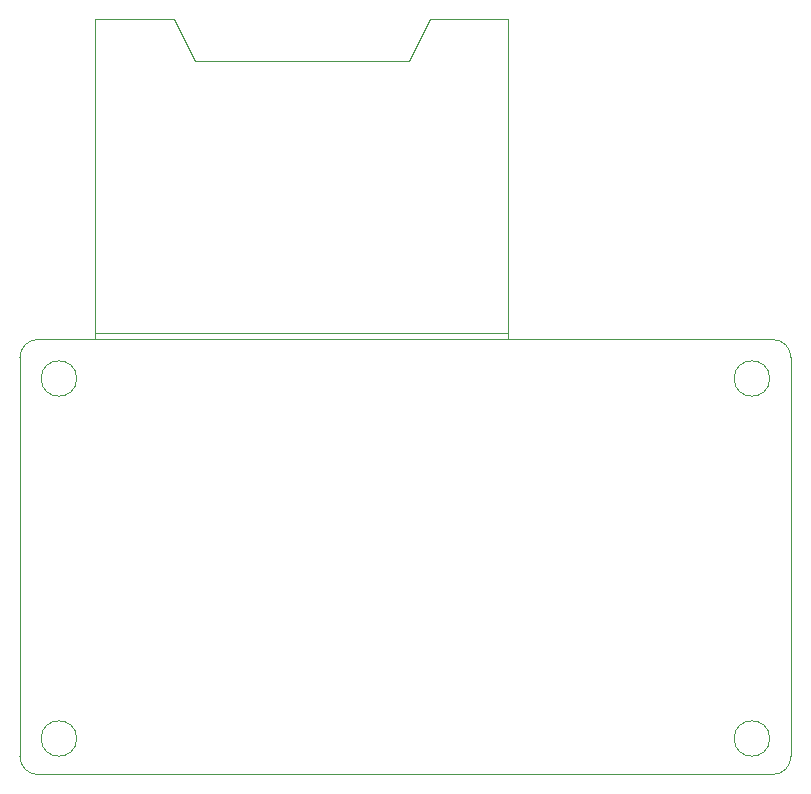
<source format=gbr>
%TF.GenerationSoftware,KiCad,Pcbnew,(5.1.9)-1*%
%TF.CreationDate,2021-03-19T20:46:12+01:00*%
%TF.ProjectId,Panel,50616e65-6c2e-46b6-9963-61645f706362,2*%
%TF.SameCoordinates,Original*%
%TF.FileFunction,Profile,NP*%
%FSLAX46Y46*%
G04 Gerber Fmt 4.6, Leading zero omitted, Abs format (unit mm)*
G04 Created by KiCad (PCBNEW (5.1.9)-1) date 2021-03-19 20:46:12*
%MOMM*%
%LPD*%
G01*
G04 APERTURE LIST*
%TA.AperFunction,Profile*%
%ADD10C,0.100000*%
%TD*%
G04 APERTURE END LIST*
D10*
X76200000Y-82867500D02*
X76200000Y-83426300D01*
X111201200Y-82867500D02*
X111201200Y-83426300D01*
X133604000Y-83426300D02*
G75*
G02*
X135128000Y-84950300I0J-1524000D01*
G01*
X71374000Y-83426300D02*
X133604000Y-83426300D01*
X71374000Y-120256300D02*
X133604000Y-120256300D01*
X69850000Y-84950300D02*
X69850000Y-118732300D01*
X74652000Y-86728300D02*
G75*
G03*
X74652000Y-86728300I-1500000J0D01*
G01*
X135128000Y-118732300D02*
X135128000Y-84950300D01*
X74652000Y-117208300D02*
G75*
G03*
X74652000Y-117208300I-1500000J0D01*
G01*
X71374000Y-120256300D02*
G75*
G02*
X69850000Y-118732300I0J1524000D01*
G01*
X133326000Y-86728300D02*
G75*
G03*
X133326000Y-86728300I-1500000J0D01*
G01*
X69850000Y-84950300D02*
G75*
G02*
X71374000Y-83426300I1524000J0D01*
G01*
X133326000Y-117208300D02*
G75*
G03*
X133326000Y-117208300I-1500000J0D01*
G01*
X135128000Y-118732300D02*
G75*
G02*
X133604000Y-120256300I-1524000J0D01*
G01*
X82854800Y-56299100D02*
X76200000Y-56299100D01*
X76200000Y-82867500D02*
X76200000Y-56299100D01*
X102768400Y-59855100D02*
X84632800Y-59855100D01*
X84632800Y-59855100D02*
X82854800Y-56299100D01*
X111201200Y-82867500D02*
X76200000Y-82867500D01*
X104546400Y-56299100D02*
X102768400Y-59855100D01*
X111201200Y-56299100D02*
X104546400Y-56299100D01*
X111201200Y-82867500D02*
X111201200Y-56299100D01*
M02*

</source>
